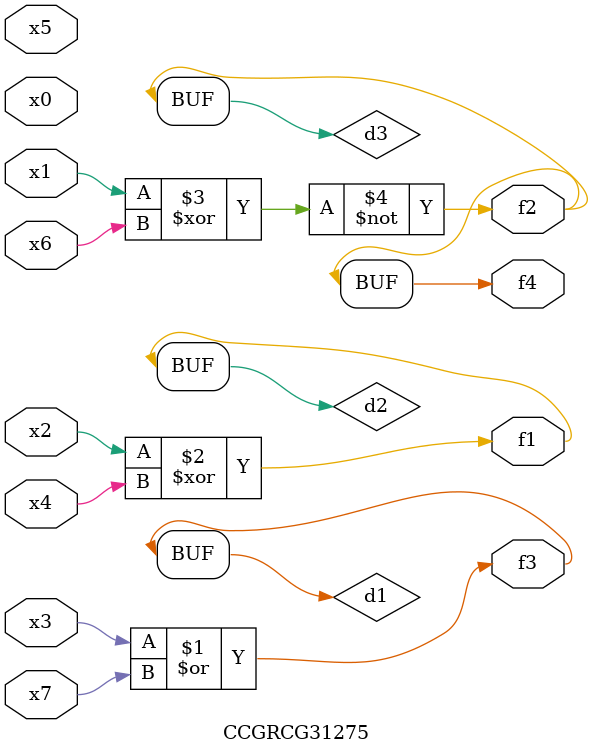
<source format=v>
module CCGRCG31275(
	input x0, x1, x2, x3, x4, x5, x6, x7,
	output f1, f2, f3, f4
);

	wire d1, d2, d3;

	or (d1, x3, x7);
	xor (d2, x2, x4);
	xnor (d3, x1, x6);
	assign f1 = d2;
	assign f2 = d3;
	assign f3 = d1;
	assign f4 = d3;
endmodule

</source>
